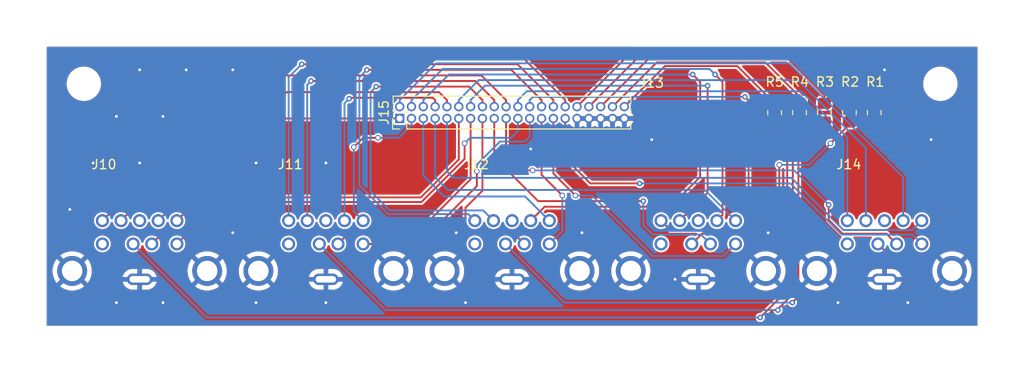
<source format=kicad_pcb>
(kicad_pcb (version 20221018) (generator pcbnew)
  (title_block (rev "1"))
  (layers (0 "F.Cu" signal "Front") (31 "B.Cu" signal "Back") (34 "B.Paste" user) (35 "F.Paste" user) (36 "B.SilkS" user "B.Silkscreen") (37 "F.SilkS" user "F.Silkscreen") (38 "B.Mask" user) (39 "F.Mask" user) (44 "Edge.Cuts" user))
  (net 0 "")
  (net 1 "/Daughterboard/0_BVID")
  (net 2 "/Daughterboard/0_VCC")
  (net 3 "/Daughterboard/0_GVID")
  (net 4 "/Daughterboard/0_CVID")
  (net 7 "/Daughterboard/0_RVID")
  (net 8 "/Daughterboard/0_LAUD")
  (net 9 "/Daughterboard/0_RAUD")
  (net 10 "/Daughterboard/0_GND")
  (net 11 "/Daughterboard/1_BVID")
  (net 12 "/Daughterboard/1_VCC")
  (net 13 "/Daughterboard/1_GVID")
  (net 14 "/Daughterboard/1_CVID")
  (net 17 "/Daughterboard/1_RVID")
  (net 18 "/Daughterboard/1_LAUD")
  (net 19 "/Daughterboard/1_RAUD")
  (net 20 "/Daughterboard/2_BVID")
  (net 21 "/Daughterboard/2_VCC")
  (net 22 "/Daughterboard/2_GVID")
  (net 23 "/Daughterboard/2_CVID")
  (net 26 "/Daughterboard/2_RVID")
  (net 27 "/Daughterboard/2_LAUD")
  (net 28 "/Daughterboard/2_RAUD")
  (net 29 "/Daughterboard/3_BVID")
  (net 30 "/Daughterboard/3_VCC")
  (net 31 "/Daughterboard/3_GVID")
  (net 32 "/Daughterboard/3_CVID")
  (net 35 "/Daughterboard/3_RVID")
  (net 36 "/Daughterboard/3_LAUD")
  (net 37 "/Daughterboard/3_RAUD")
  (net 38 "/Daughterboard/4_BVID")
  (net 39 "/Daughterboard/4_VCC")
  (net 40 "/Daughterboard/4_GVID")
  (net 41 "/Daughterboard/4_CVID")
  (net 44 "/Daughterboard/4_RVID")
  (net 45 "/Daughterboard/4_LAUD")
  (net 46 "/Daughterboard/4_RAUD")
  (net 47 "Net-(J15-Pin_21)")
  (net 48 "Net-(J15-Pin_22)")
  (net 49 "Net-(J15-Pin_23)")
  (net 50 "Net-(J15-Pin_24)")
  (net 51 "Net-(J15-Pin_25)")
  (footprint "Resistor_SMD:R_0805_2012Metric_Pad1.20x1.40mm_HandSolder" (layer "F.Cu") (at 113.548333 37.1 -90)
    (fp_text reference "R3" (at -3.3 -0.051667 -180) (layer "F.SilkS"))
    (fp_text value "R_Small")
    (fp_line (start -0.227064 -0.735) (end 0.227064 -0.735) (stroke (width 0.12)) (layer "F.SilkS"))
    (fp_line (start -0.227064 0.735) (end 0.227064 0.735) (stroke (width 0.12)) (layer "F.SilkS"))
    (pad "1" smd roundrect (at -1 0 270) (size 1.2 1.4) (layers "F.Cu" "F.Paste" "F.Mask") (roundrect_rratio 0.2083333333) (net 49 "Net-(J15-Pin_23)"))
    (pad "2" smd roundrect (at 1 0 270) (size 1.2 1.4) (layers "F.Cu" "F.Paste" "F.Mask") (roundrect_rratio 0.2083333333) (net 21 "/Daughterboard/2_VCC"))
  )
  (footprint "DIN9:CUI_MD-90SM" (layer "F.Cu") (at 40 55)
    (fp_text reference "J10" (at -3.825 -12.335) (layer "F.SilkS"))
    (fp_text value "MD-90SM")
    (pad "1" thru_hole circle (at 1.3 -3.8) (size 1.408 1.408) (drill 0.9) (layers "*.Cu" "*.Mask") (net 1 "/Daughterboard/0_BVID"))
    (pad "2" thru_hole circle (at -0.7 -3.8) (size 1.408 1.408) (drill 0.9) (layers "*.Cu" "*.Mask") (net 2 "/Daughterboard/0_VCC"))
    (pad "3" thru_hole circle (at 4 -3.8) (size 1.408 1.408) (drill 0.9) (layers "*.Cu" "*.Mask") (net 3 "/Daughterboard/0_GVID"))
    (pad "4" thru_hole circle (at 2 -6.3) (size 1.408 1.408) (drill 0.9) (layers "*.Cu" "*.Mask") (net 4 "/Daughterboard/0_CVID"))
    (pad "5" thru_hole circle (at 0 -6.3) (size 1.408 1.408) (drill 0.9) (layers "*.Cu" "*.Mask"))
    (pad "6" thru_hole circle (at -4 -3.8) (size 1.408 1.408) (drill 0.9) (layers "*.Cu" "*.Mask"))
    (pad "7" thru_hole circle (at 4 -6.3) (size 1.408 1.408) (drill 0.9) (layers "*.Cu" "*.Mask") (net 7 "/Daughterboard/0_RVID"))
    (pad "8" thru_hole circle (at -2 -6.3) (size 1.408 1.408) (drill 0.9) (layers "*.Cu" "*.Mask") (net 8 "/Daughterboard/0_LAUD"))
    (pad "9" thru_hole circle (at -4 -6.3) (size 1.408 1.408) (drill 0.9) (layers "*.Cu" "*.Mask") (net 9 "/Daughterboard/0_RAUD"))
    (pad "S1" thru_hole oval (at 0 0) (size 2.73 1.23) (drill oval 2.2 0.7) (layers "*.Cu" "*.Mask") (net 10 "/Daughterboard/0_GND"))
    (pad "S2" thru_hole circle (at -7.25 -0.9) (size 3.216 3.216) (drill 2.2) (layers "*.Cu" "*.Mask") (net 10 "/Daughterboard/0_GND"))
    (pad "S3" thru_hole circle (at 7.25 -0.9) (size 3.216 3.216) (drill 2.2) (layers "*.Cu" "*.Mask") (net 10 "/Daughterboard/0_GND"))
  )
  (footprint "MountingHole:MountingHole_3.2mm_M3" (layer "F.Cu") (at 34 34 90)
    (fp_text reference "H2" hide)
    (fp_text value "MountingHole" hide)
    (pad "" np_thru_hole circle (at 0 0 90) (size 3.2 3.2) (drill 3.2) (layers "*.Cu" "*.Mask"))
  )
  (footprint "DIN9:CUI_MD-90SM" (layer "F.Cu") (at 120 55)
    (fp_text reference "J14" (at -3.825 -12.335) (layer "F.SilkS"))
    (fp_text value "MD-90SM")
    (pad "1" thru_hole circle (at 1.3 -3.8) (size 1.408 1.408) (drill 0.9) (layers "*.Cu" "*.Mask") (net 38 "/Daughterboard/4_BVID"))
    (pad "2" thru_hole circle (at -0.7 -3.8) (size 1.408 1.408) (drill 0.9) (layers "*.Cu" "*.Mask") (net 39 "/Daughterboard/4_VCC"))
    (pad "3" thru_hole circle (at 4 -3.8) (size 1.408 1.408) (drill 0.9) (layers "*.Cu" "*.Mask") (net 40 "/Daughterboard/4_GVID"))
    (pad "4" thru_hole circle (at 2 -6.3) (size 1.408 1.408) (drill 0.9) (layers "*.Cu" "*.Mask") (net 41 "/Daughterboard/4_CVID"))
    (pad "5" thru_hole circle (at 0 -6.3) (size 1.408 1.408) (drill 0.9) (layers "*.Cu" "*.Mask"))
    (pad "6" thru_hole circle (at -4 -3.8) (size 1.408 1.408) (drill 0.9) (layers "*.Cu" "*.Mask"))
    (pad "7" thru_hole circle (at 4 -6.3) (size 1.408 1.408) (drill 0.9) (layers "*.Cu" "*.Mask") (net 44 "/Daughterboard/4_RVID"))
    (pad "8" thru_hole circle (at -2 -6.3) (size 1.408 1.408) (drill 0.9) (layers "*.Cu" "*.Mask") (net 45 "/Daughterboard/4_LAUD"))
    (pad "9" thru_hole circle (at -4 -6.3) (size 1.408 1.408) (drill 0.9) (layers "*.Cu" "*.Mask") (net 46 "/Daughterboard/4_RAUD"))
    (pad "S1" thru_hole oval (at 0 0) (size 2.73 1.23) (drill oval 2.2 0.7) (layers "*.Cu" "*.Mask") (net 10 "/Daughterboard/0_GND"))
    (pad "S2" thru_hole circle (at -7.25 -0.9) (size 3.216 3.216) (drill 2.2) (layers "*.Cu" "*.Mask") (net 10 "/Daughterboard/0_GND"))
    (pad "S3" thru_hole circle (at 7.25 -0.9) (size 3.216 3.216) (drill 2.2) (layers "*.Cu" "*.Mask") (net 10 "/Daughterboard/0_GND"))
  )
  (footprint "DIN9:CUI_MD-90SM" (layer "F.Cu") (at 60 55)
    (fp_text reference "J11" (at -3.825 -12.335) (layer "F.SilkS"))
    (fp_text value "MD-90SM")
    (pad "1" thru_hole circle (at 1.3 -3.8) (size 1.408 1.408) (drill 0.9) (layers "*.Cu" "*.Mask") (net 11 "/Daughterboard/1_BVID"))
    (pad "2" thru_hole circle (at -0.7 -3.8) (size 1.408 1.408) (drill 0.9) (layers "*.Cu" "*.Mask") (net 12 "/Daughterboard/1_VCC"))
    (pad "3" thru_hole circle (at 4 -3.8) (size 1.408 1.408) (drill 0.9) (layers "*.Cu" "*.Mask") (net 13 "/Daughterboard/1_GVID"))
    (pad "4" thru_hole circle (at 2 -6.3) (size 1.408 1.408) (drill 0.9) (layers "*.Cu" "*.Mask") (net 14 "/Daughterboard/1_CVID"))
    (pad "5" thru_hole circle (at 0 -6.3) (size 1.408 1.408) (drill 0.9) (layers "*.Cu" "*.Mask"))
    (pad "6" thru_hole circle (at -4 -3.8) (size 1.408 1.408) (drill 0.9) (layers "*.Cu" "*.Mask"))
    (pad "7" thru_hole circle (at 4 -6.3) (size 1.408 1.408) (drill 0.9) (layers "*.Cu" "*.Mask") (net 17 "/Daughterboard/1_RVID"))
    (pad "8" thru_hole circle (at -2 -6.3) (size 1.408 1.408) (drill 0.9) (layers "*.Cu" "*.Mask") (net 18 "/Daughterboard/1_LAUD"))
    (pad "9" thru_hole circle (at -4 -6.3) (size 1.408 1.408) (drill 0.9) (layers "*.Cu" "*.Mask") (net 19 "/Daughterboard/1_RAUD"))
    (pad "S1" thru_hole oval (at 0 0) (size 2.73 1.23) (drill oval 2.2 0.7) (layers "*.Cu" "*.Mask") (net 10 "/Daughterboard/0_GND"))
    (pad "S2" thru_hole circle (at -7.25 -0.9) (size 3.216 3.216) (drill 2.2) (layers "*.Cu" "*.Mask") (net 10 "/Daughterboard/0_GND"))
    (pad "S3" thru_hole circle (at 7.25 -0.9) (size 3.216 3.216) (drill 2.2) (layers "*.Cu" "*.Mask") (net 10 "/Daughterboard/0_GND"))
  )
  (footprint "Resistor_SMD:R_0805_2012Metric_Pad1.20x1.40mm_HandSolder" (layer "F.Cu") (at 116.224166 37.1 -90)
    (fp_text reference "R2" (at -3.3 -0.075834 -180) (layer "F.SilkS"))
    (fp_text value "R_Small")
    (fp_line (start -0.227064 -0.735) (end 0.227064 -0.735) (stroke (width 0.12)) (layer "F.SilkS"))
    (fp_line (start -0.227064 0.735) (end 0.227064 0.735) (stroke (width 0.12)) (layer "F.SilkS"))
    (pad "1" smd roundrect (at -1 0 270) (size 1.2 1.4) (layers "F.Cu" "F.Paste" "F.Mask") (roundrect_rratio 0.2083333333) (net 50 "Net-(J15-Pin_24)"))
    (pad "2" smd roundrect (at 1 0 270) (size 1.2 1.4) (layers "F.Cu" "F.Paste" "F.Mask") (roundrect_rratio 0.2083333333) (net 30 "/Daughterboard/3_VCC"))
  )
  (footprint "DIN9:CUI_MD-90SM" (layer "F.Cu") (at 80 55)
    (fp_text reference "J12" (at -3.825 -12.335) (layer "F.SilkS"))
    (fp_text value "MD-90SM")
    (pad "1" thru_hole circle (at 1.3 -3.8) (size 1.408 1.408) (drill 0.9) (layers "*.Cu" "*.Mask") (net 20 "/Daughterboard/2_BVID"))
    (pad "2" thru_hole circle (at -0.7 -3.8) (size 1.408 1.408) (drill 0.9) (layers "*.Cu" "*.Mask") (net 21 "/Daughterboard/2_VCC"))
    (pad "3" thru_hole circle (at 4 -3.8) (size 1.408 1.408) (drill 0.9) (layers "*.Cu" "*.Mask") (net 22 "/Daughterboard/2_GVID"))
    (pad "4" thru_hole circle (at 2 -6.3) (size 1.408 1.408) (drill 0.9) (layers "*.Cu" "*.Mask") (net 23 "/Daughterboard/2_CVID"))
    (pad "5" thru_hole circle (at 0 -6.3) (size 1.408 1.408) (drill 0.9) (layers "*.Cu" "*.Mask"))
    (pad "6" thru_hole circle (at -4 -3.8) (size 1.408 1.408) (drill 0.9) (layers "*.Cu" "*.Mask"))
    (pad "7" thru_hole circle (at 4 -6.3) (size 1.408 1.408) (drill 0.9) (layers "*.Cu" "*.Mask") (net 26 "/Daughterboard/2_RVID"))
    (pad "8" thru_hole circle (at -2 -6.3) (size 1.408 1.408) (drill 0.9) (layers "*.Cu" "*.Mask") (net 27 "/Daughterboard/2_LAUD"))
    (pad "9" thru_hole circle (at -4 -6.3) (size 1.408 1.408) (drill 0.9) (layers "*.Cu" "*.Mask") (net 28 "/Daughterboard/2_RAUD"))
    (pad "S1" thru_hole oval (at 0 0) (size 2.73 1.23) (drill oval 2.2 0.7) (layers "*.Cu" "*.Mask") (net 10 "/Daughterboard/0_GND"))
    (pad "S2" thru_hole circle (at -7.25 -0.9) (size 3.216 3.216) (drill 2.2) (layers "*.Cu" "*.Mask") (net 10 "/Daughterboard/0_GND"))
    (pad "S3" thru_hole circle (at 7.25 -0.9) (size 3.216 3.216) (drill 2.2) (layers "*.Cu" "*.Mask") (net 10 "/Daughterboard/0_GND"))
  )
  (footprint "Resistor_SMD:R_0805_2012Metric_Pad1.20x1.40mm_HandSolder" (layer "F.Cu") (at 108.196667 37.1 -90)
    (fp_text reference "R5" (at -3.3 -0.003333 -180) (layer "F.SilkS"))
    (fp_text value "R_Small")
    (fp_line (start -0.227064 -0.735) (end 0.227064 -0.735) (stroke (width 0.12)) (layer "F.SilkS"))
    (fp_line (start -0.227064 0.735) (end 0.227064 0.735) (stroke (width 0.12)) (layer "F.SilkS"))
    (pad "1" smd roundrect (at -1 0 270) (size 1.2 1.4) (layers "F.Cu" "F.Paste" "F.Mask") (roundrect_rratio 0.2083333333) (net 47 "Net-(J15-Pin_21)"))
    (pad "2" smd roundrect (at 1 0 270) (size 1.2 1.4) (layers "F.Cu" "F.Paste" "F.Mask") (roundrect_rratio 0.2083333333) (net 2 "/Daughterboard/0_VCC"))
  )
  (footprint "MountingHole:MountingHole_3.2mm_M3" (layer "F.Cu") (at 126 34 90)
    (fp_text reference "H2" hide)
    (fp_text value "MountingHole" hide)
    (pad "" np_thru_hole circle (at 0 0 90) (size 3.2 3.2) (drill 3.2) (layers "*.Cu" "*.Mask"))
  )
  (footprint "connector:REB_PinHeader_2x20_P1.27mm_Vertical_Renumbered" (layer "F.Cu") (at 67.925 37.725 90)
    (fp_text reference "J15" (at 0.635 -1.695 90) (layer "F.SilkS"))
    (fp_text value "Conn_02x22_Top_Bottom")
    (fp_line (start -1.13 -0.76) (end 0 -0.76) (stroke (width 0.12)) (layer "F.SilkS"))
    (fp_line (start -1.13 0) (end -1.13 -0.76) (stroke (width 0.12)) (layer "F.SilkS"))
    (fp_line (start -1.13 0.76) (end -1.13 24.825) (stroke (width 0.12)) (layer "F.SilkS"))
    (fp_line (start -1.13 0.76) (end -0.563471 0.76) (stroke (width 0.12)) (layer "F.SilkS"))
    (fp_line (start -1.13 24.825) (end -0.30753 24.825) (stroke (width 0.12)) (layer "F.SilkS"))
    (fp_line (start 0.30753 24.825) (end 0.96247 24.825) (stroke (width 0.12)) (layer "F.SilkS"))
    (fp_line (start 0.563471 0.76) (end 0.706529 0.76) (stroke (width 0.12)) (layer "F.SilkS"))
    (fp_line (start 0.76 -0.695) (end 0.96247 -0.695) (stroke (width 0.12)) (layer "F.SilkS"))
    (fp_line (start 0.76 -0.563471) (end 0.76 -0.695) (stroke (width 0.12)) (layer "F.SilkS"))
    (fp_line (start 0.76 0.706529) (end 0.76 0.563471) (stroke (width 0.12)) (layer "F.SilkS"))
    (fp_line (start 1.57753 -0.695) (end 2.4 -0.695) (stroke (width 0.12)) (layer "F.SilkS"))
    (fp_line (start 1.57753 24.825) (end 2.4 24.825) (stroke (width 0.12)) (layer "F.SilkS"))
    (fp_line (start 2.4 -0.695) (end 2.4 24.825) (stroke (width 0.12)) (layer "F.SilkS"))
    (pad "1" thru_hole rect (at 0 0 90) (size 1 1) (drill 0.65) (layers "*.Cu" "*.Mask") (net 7 "/Daughterboard/0_RVID"))
    (pad "2" thru_hole oval (at 0 1.27 90) (size 1 1) (drill 0.65) (layers "*.Cu" "*.Mask") (net 17 "/Daughterboard/1_RVID"))
    (pad "3" thru_hole oval (at 0 2.54 90) (size 1 1) (drill 0.65) (layers "*.Cu" "*.Mask") (net 26 "/Daughterboard/2_RVID"))
    (pad "4" thru_hole oval (at 0 3.81 90) (size 1 1) (drill 0.65) (layers "*.Cu" "*.Mask") (net 35 "/Daughterboard/3_RVID"))
    (pad "5" thru_hole oval (at 0 5.08 90) (size 1 1) (drill 0.65) (layers "*.Cu" "*.Mask") (net 44 "/Daughterboard/4_RVID"))
    (pad "6" thru_hole oval (at 0 6.35 90) (size 1 1) (drill 0.65) (layers "*.Cu" "*.Mask") (net 1 "/Daughterboard/0_BVID"))
    (pad "7" thru_hole oval (at 0 7.62 90) (size 1 1) (drill 0.65) (layers "*.Cu" "*.Mask") (net 11 "/Daughterboard/1_BVID"))
    (pad "8" thru_hole oval (at 0 8.89 90) (size 1 1) (drill 0.65) (layers "*.Cu" "*.Mask") (net 20 "/Daughterboard/2_BVID"))
    (pad "9" thru_hole oval (at 0 10.16 90) (size 1 1) (drill 0.65) (layers "*.Cu" "*.Mask") (net 29 "/Daughterboard/3_BVID"))
    (pad "10" thru_hole oval (at 0 11.43 90) (size 1 1) (drill 0.65) (layers "*.Cu" "*.Mask") (net 38 "/Daughterboard/4_BVID"))
    (pad "11" thru_hole oval (at 0 12.7 90) (size 1 1) (drill 0.65) (layers "*.Cu" "*.Mask") (net 3 "/Daughterboard/0_GVID"))
    (pad "12" thru_hole oval (at 0 13.97 90) (size 1 1) (drill 0.65) (layers "*.Cu" "*.Mask") (net 13 "/Daughterboard/1_GVID"))
    (pad "13" thru_hole oval (at 0 15.24 90) (size 1 1) (drill 0.65) (layers "*.Cu" "*.Mask") (net 22 "/Daughterboard/2_GVID"))
    (pad "14" thru_hole oval (at 0 16.51 90) (size 1 1) (drill 0.65) (layers "*.Cu" "*.Mask") (net 31 "/Daughterboard/3_GVID"))
    (pad "15" thru_hole oval (at 0 17.78 90) (size 1 1) (drill 0.65) (layers "*.Cu" "*.Mask") (net 40 "/Daughterboard/4_GVID"))
    (pad "16" thru_hole oval (at 0 19.05 90) (size 1 1) (drill 0.65) (layers "*.Cu" "*.Mask") (net 10 "/Daughterboard/0_GND"))
    (pad "17" thru_hole oval (at 0 20.32 90) (size 1 1) (drill 0.65) (layers "*.Cu" "*.Mask") (net 10 "/Daughterboard/0_GND"))
    (pad "18" thru_hole oval (at 0 21.59 90) (size 1 1) (drill 0.65) (layers "*.Cu" "*.Mask") (net 10 "/Daughterboard/0_GND"))
    (pad "19" thru_hole oval (at 0 22.86 90) (size 1 1) (drill 0.65) (layers "*.Cu" "*.Mask") (net 10 "/Daughterboard/0_GND"))
    (pad "20" thru_hole oval (at 0 24.13 90) (size 1 1) (drill 0.65) (layers "*.Cu" "*.Mask") (net 10 "/Daughterboard/0_GND"))
    (pad "21" thru_hole oval (at 1.27 24.13 90) (size 1 1) (drill 0.65) (layers "*.Cu" "*.Mask") (net 47 "Net-(J15-Pin_21)"))
    (pad "22" thru_hole oval (at 1.27 22.86 90) (size 1 1) (drill 0.65) (layers "*.Cu" "*.Mask") (net 48 "Net-(J15-Pin_22)"))
    (pad "23" thru_hole oval (at 1.27 21.59 90) (size 1 1) (drill 0.65) (layers "*.Cu" "*.Mask") (net 49 "Net-(J15-Pin_23)"))
    (pad "24" thru_hole oval (at 1.27 20.32 90) (size 1 1) (drill 0.65) (layers "*.Cu" "*.Mask") (net 50 "Net-(J15-Pin_24)"))
    (pad "25" thru_hole oval (at 1.27 19.05 90) (size 1 1) (drill 0.65) (layers "*.Cu" "*.Mask") (net 51 "Net-(J15-Pin_25)"))
    (pad "26" thru_hole oval (at 1.27 17.78 90) (size 1 1) (drill 0.65) (layers "*.Cu" "*.Mask") (net 9 "/Daughterboard/0_RAUD"))
    (pad "27" thru_hole oval (at 1.27 16.51 90) (size 1 1) (drill 0.65) (layers "*.Cu" "*.Mask") (net 19 "/Daughterboard/1_RAUD"))
    (pad "28" thru_hole oval (at 1.27 15.24 90) (size 1 1) (drill 0.65) (layers "*.Cu" "*.Mask") (net 28 "/Daughterboard/2_RAUD"))
    (pad "29" thru_hole oval (at 1.27 13.97 90) (size 1 1) (drill 0.65) (layers "*.Cu" "*.Mask") (net 37 "/Daughterboard/3_RAUD"))
    (pad "30" thru_hole oval (at 1.27 12.7 90) (size 1 1) (drill 0.65) (layers "*.Cu" "*.Mask") (net 46 "/Daughterboard/4_RAUD"))
    (pad "31" thru_hole oval (at 1.27 11.43 90) (size 1 1) (drill 0.65) (layers "*.Cu" "*.Mask") (net 8 "/Daughterboard/0_LAUD"))
    (pad "32" thru_hole oval (at 1.27 10.16 90) (size 1 1) (drill 0.65) (layers "*.Cu" "*.Mask") (net 18 "/Daughterboard/1_LAUD"))
    (pad "33" thru_hole oval (at 1.27 8.89 90) (size 1 1) (drill 0.65) (layers "*.Cu" "*.Mask") (net 27 "/Daughterboard/2_LAUD"))
    (pad "34" thru_hole oval (at 1.27 7.62 90) (size 1 1) (drill 0.65) (layers "*.Cu" "*.Mask") (net 36 "/Daughterboard/3_LAUD"))
    (pad "35" thru_hole oval (at 1.27 6.35 90) (size 1 1) (drill 0.65) (layers "*.Cu" "*.Mask") (net 45 "/Daughterboard/4_LAUD"))
    (pad "36" thru_hole oval (at 1.27 5.08 90) (size 1 1) (drill 0.65) (layers "*.Cu" "*.Mask") (net 4 "/Daughterboard/0_CVID"))
    (pad "37" thru_hole oval (at 1.27 3.81 90) (size 1 1) (drill 0.65) (layers "*.Cu" "*.Mask") (net 14 "/Daughterboard/1_CVID"))
    (pad "38" thru_hole oval (at 1.27 2.54 90) (size 1 1) (drill 0.65) (layers "*.Cu" "*.Mask") (net 23 "/Daughterboard/2_CVID"))
    (pad "39" thru_hole oval (at 1.27 1.27 90) (size 1 1) (drill 0.65) (layers "*.Cu" "*.Mask") (net 32 "/Daughterboard/3_CVID"))
    (pad "40" thru_hole oval (at 1.27 0 90) (size 1 1) (drill 0.65) (layers "*.Cu" "*.Mask") (net 41 "/Daughterboard/4_CVID"))
  )
  (footprint "Resistor_SMD:R_0805_2012Metric_Pad1.20x1.40mm_HandSolder" (layer "F.Cu") (at 110.8725 37.1 -90)
    (fp_text reference "R4" (at -3.3 -0.0275 -180) (layer "F.SilkS"))
    (fp_text value "R_Small")
    (fp_line (start -0.227064 -0.735) (end 0.227064 -0.735) (stroke (width 0.12)) (layer "F.SilkS"))
    (fp_line (start -0.227064 0.735) (end 0.227064 0.735) (stroke (width 0.12)) (layer "F.SilkS"))
    (pad "1" smd roundrect (at -1 0 270) (size 1.2 1.4) (layers "F.Cu" "F.Paste" "F.Mask") (roundrect_rratio 0.2083333333) (net 48 "Net-(J15-Pin_22)"))
    (pad "2" smd roundrect (at 1 0 270) (size 1.2 1.4) (layers "F.Cu" "F.Paste" "F.Mask") (roundrect_rratio 0.2083333333) (net 12 "/Daughterboard/1_VCC"))
  )
  (footprint "Resistor_SMD:R_0805_2012Metric_Pad1.20x1.40mm_HandSolder" (layer "F.Cu") (at 118.9 37.1 -90)
    (fp_text reference "R1" (at -3.3 -0.1 -180) (layer "F.SilkS"))
    (fp_text value "R_Small")
    (fp_line (start -0.227064 -0.735) (end 0.227064 -0.735) (stroke (width 0.12)) (layer "F.SilkS"))
    (fp_line (start -0.227064 0.735) (end 0.227064 0.735) (stroke (width 0.12)) (layer "F.SilkS"))
    (pad "1" smd roundrect (at -1 0 270) (size 1.2 1.4) (layers "F.Cu" "F.Paste" "F.Mask") (roundrect_rratio 0.2083333333) (net 51 "Net-(J15-Pin_25)"))
    (pad "2" smd roundrect (at 1 0 270) (size 1.2 1.4) (layers "F.Cu" "F.Paste" "F.Mask") (roundrect_rratio 0.2083333333) (net 39 "/Daughterboard/4_VCC"))
  )
  (footprint "DIN9:CUI_MD-90SM" (layer "F.Cu") (at 100 55)
    (fp_text reference "J13" (at -5.021667 -21.0875) (layer "F.SilkS"))
    (fp_text value "MD-90SM")
    (pad "1" thru_hole circle (at 1.3 -3.8) (size 1.408 1.408) (drill 0.9) (layers "*.Cu" "*.Mask") (net 29 "/Daughterboard/3_BVID"))
    (pad "2" thru_hole circle (at -0.7 -3.8) (size 1.408 1.408) (drill 0.9) (layers "*.Cu" "*.Mask") (net 30 "/Daughterboard/3_VCC"))
    (pad "3" thru_hole circle (at 4 -3.8) (size 1.408 1.408) (drill 0.9) (layers "*.Cu" "*.Mask") (net 31 "/Daughterboard/3_GVID"))
    (pad "4" thru_hole circle (at 2 -6.3) (size 1.408 1.408) (drill 0.9) (layers "*.Cu" "*.Mask") (net 32 "/Daughterboard/3_CVID"))
    (pad "5" thru_hole circle (at 0 -6.3) (size 1.408 1.408) (drill 0.9) (layers "*.Cu" "*.Mask"))
    (pad "6" thru_hole circle (at -4 -3.8) (size 1.408 1.408) (drill 0.9) (layers "*.Cu" "*.Mask"))
    (pad "7" thru_hole circle (at 4 -6.3) (size 1.408 1.408) (drill 0.9) (layers "*.Cu" "*.Mask") (net 35 "/Daughterboard/3_RVID"))
    (pad "8" thru_hole circle (at -2 -6.3) (size 1.408 1.408) (drill 0.9) (layers "*.Cu" "*.Mask") (net 36 "/Daughterboard/3_LAUD"))
    (pad "9" thru_hole circle (at -4 -6.3) (size 1.408 1.408) (drill 0.9) (layers "*.Cu" "*.Mask") (net 37 "/Daughterboard/3_RAUD"))
    (pad "S1" thru_hole oval (at 0 0) (size 2.73 1.23) (drill oval 2.2 0.7) (layers "*.Cu" "*.Mask") (net 10 "/Daughterboard/0_GND"))
    (pad "S2" thru_hole circle (at -7.25 -0.9) (size 3.216 3.216) (drill 2.2) (layers "*.Cu" "*.Mask") (net 10 "/Daughterboard/0_GND"))
    (pad "S3" thru_hole circle (at 7.25 -0.9) (size 3.216 3.216) (drill 2.2) (layers "*.Cu" "*.Mask") (net 10 "/Daughterboard/0_GND"))
  )
  (gr_rect (start 30 30) (end 130 60) (stroke (width 0.0381)) (fill none) (layer "Edge.Cuts"))
  (segment (start 42.304 50.196) (end 41.3 51.2) (width 0.2) (layer "F.Cu") (net 1))
  (segment (start 74.275 42.125) (end 70.2 46.2) (width 0.2) (layer "F.Cu") (net 1))
  (segment (start 47.919871 46.2) (end 43.923871 50.196) (width 0.2) (layer "F.Cu") (net 1))
  (segment (start 74.275 37.725) (end 74.275 42.125) (width 0.2) (layer "F.Cu") (net 1))
  (segment (start 70.2 46.2) (end 47.919871 46.2) (width 0.2) (layer "F.Cu") (net 1))
  (segment (start 43.923871 50.196) (end 42.304 50.196) (width 0.2) (layer "F.Cu") (net 1))
  (segment (start 109.55 41.85) (end 109.55 56.2) (width 0.2) (layer "F.Cu") (net 2))
  (segment (start 109.55 56.2) (end 106.65 59.1) (width 0.2) (layer "F.Cu") (net 2))
  (segment (start 108.196667 39.5) (end 108.196667 38.1) (width 0.2) (layer "F.Cu") (net 2))
  (segment (start 108.196667 39.5) (end 108.196667 40.496667) (width 0.2) (layer "F.Cu") (net 2))
  (segment (start 108.196667 40.496667) (end 109.55 41.85) (width 0.2) (layer "F.Cu") (net 2))
  (via (at 106.65 59.1) (size 0.6) (drill 0.3) (layers "F.Cu" "B.Cu") (net 2))
  (segment (start 47.2 59.1) (end 39.3 51.2) (width 0.2) (layer "B.Cu") (net 2))
  (segment (start 106.65 59.1) (end 47.2 59.1) (width 0.2) (layer "B.Cu") (net 2))
  (segment (start 48.5 46.7) (end 44 51.2) (width 0.2) (layer "F.Cu") (net 3))
  (segment (start 74.9 40.4) (end 74.9 42.065685) (width 0.2) (layer "F.Cu") (net 3))
  (segment (start 70.265685 46.7) (end 48.5 46.7) (width 0.2) (layer "F.Cu") (net 3))
  (segment (start 74.9 42.065685) (end 70.265685 46.7) (width 0.2) (layer "F.Cu") (net 3))
  (via (at 74.9 40.4) (size 0.6) (drill 0.4) (layers "F.Cu" "B.Cu") (net 3))
  (segment (start 80.625 37.725) (end 80.625 39.075) (width 0.2) (layer "B.Cu") (net 3))
  (segment (start 75.5 39.8) (end 74.9 40.4) (width 0.2) (layer "B.Cu") (net 3))
  (segment (start 79.9 39.8) (end 75.5 39.8) (width 0.2) (layer "B.Cu") (net 3))
  (segment (start 80.625 39.075) (end 79.9 39.8) (width 0.2) (layer "B.Cu") (net 3))
  (segment (start 73.005 35.747894) (end 73.005 36.455) (width 0.2) (layer "F.Cu") (net 4))
  (segment (start 42 48.7) (end 55.8 34.9) (width 0.2) (layer "F.Cu") (net 4))
  (segment (start 72.157106 34.9) (end 73.005 35.747894) (width 0.2) (layer "F.Cu") (net 4))
  (segment (start 55.8 34.9) (end 72.157106 34.9) (width 0.2) (layer "F.Cu") (net 4))
  (segment (start 54.975 37.725) (end 44 48.7) (width 0.2) (layer "F.Cu") (net 7))
  (segment (start 67.925 37.725) (end 54.975 37.725) (width 0.2) (layer "F.Cu") (net 7))
  (segment (start 79.355 35.747894) (end 79.355 36.455) (width 0.2) (layer "F.Cu") (net 8))
  (segment (start 76.707106 33.1) (end 79.355 35.747894) (width 0.2) (layer "F.Cu") (net 8))
  (segment (start 38 48.7) (end 53.6 33.1) (width 0.2) (layer "F.Cu") (net 8))
  (segment (start 53.6 33.1) (end 76.707106 33.1) (width 0.2) (layer "F.Cu") (net 8))
  (segment (start 53.4 31.3) (end 81.257106 31.3) (width 0.2) (layer "F.Cu") (net 9))
  (segment (start 36 48.7) (end 53.4 31.3) (width 0.2) (layer "F.Cu") (net 9))
  (segment (start 85.705 35.747894) (end 85.705 36.455) (width 0.2) (layer "F.Cu") (net 9))
  (segment (start 81.257106 31.3) (end 85.705 35.747894) (width 0.2) (layer "F.Cu") (net 9))
  (via (at 60 57.5) (size 0.6) (drill 0.3) (layers "F.Cu" "B.Cu") (net 10))
  (via (at 32.5 47.5) (size 0.6) (drill 0.3) (layers "F.Cu" "B.Cu") (net 10))
  (via (at 37.5 57.5) (size 0.6) (drill 0.3) (layers "F.Cu" "B.Cu") (net 10))
  (via (at 95 40) (size 0.6) (drill 0.3) (layers "F.Cu" "B.Cu") (net 10))
  (via (at 42.5 37.5) (size 0.6) (drill 0.3) (layers "F.Cu" "B.Cu") (net 10))
  (via (at 40 42.5) (size 0.6) (drill 0.3) (layers "F.Cu" "B.Cu") (net 10))
  (via (at 97.5 55) (size 0.6) (drill 0.3) (layers "F.Cu" "B.Cu") (net 10))
  (via (at 52.5 42.5) (size 0.6) (drill 0.3) (layers "F.Cu" "B.Cu") (net 10))
  (via (at 45 32.5) (size 0.6) (drill 0.3) (layers "F.Cu" "B.Cu") (net 10))
  (via (at 42.5 57.5) (size 0.6) (drill 0.3) (layers "F.Cu" "B.Cu") (net 10))
  (via (at 50 50) (size 0.6) (drill 0.3) (layers "F.Cu" "B.Cu") (net 10))
  (via (at 74 50) (size 0.6) (drill 0.3) (layers "F.Cu" "B.Cu") (net 10))
  (via (at 107.5 50) (size 0.6) (drill 0.3) (layers "F.Cu" "B.Cu") (net 10))
  (via (at 52.5 57.5) (size 0.6) (drill 0.3) (layers "F.Cu" "B.Cu") (net 10))
  (via (at 60 42.5) (size 0.6) (drill 0.3) (layers "F.Cu" "B.Cu") (net 10))
  (via (at 75 57.5) (size 0.6) (drill 0.3) (layers "F.Cu" "B.Cu") (net 10))
  (via (at 50 32.5) (size 0.6) (drill 0.3) (layers "F.Cu" "B.Cu") (net 10))
  (via (at 125 40) (size 0.6) (drill 0.3) (layers "F.Cu" "B.Cu") (net 10))
  (via (at 35 42.5) (size 0.6) (drill 0.3) (layers "F.Cu" "B.Cu") (net 10))
  (via (at 40 32.5) (size 0.6) (drill 0.3) (layers "F.Cu" "B.Cu") (net 10))
  (via (at 82 41) (size 0.6) (drill 0.3) (layers "F.Cu" "B.Cu") (net 10))
  (via (at 37.5 37.5) (size 0.6) (drill 0.3) (layers "F.Cu" "B.Cu") (net 10))
  (via (at 122.5 57.5) (size 0.6) (drill 0.3) (layers "F.Cu" "B.Cu") (net 10))
  (via (at 115 57.5) (size 0.6) (drill 0.3) (layers "F.Cu" "B.Cu") (net 10))
  (via (at 87.5 50) (size 0.6) (drill 0.3) (layers "F.Cu" "B.Cu") (net 10))
  (via (at 120 32.5) (size 0.6) (drill 0.3) (layers "F.Cu" "B.Cu") (net 10))
  (segment (start 62.6 49.9) (end 61.3 51.2) (width 0.2) (layer "F.Cu") (net 11))
  (segment (start 75.545 44.255) (end 69.9 49.9) (width 0.2) (layer "F.Cu") (net 11))
  (segment (start 69.9 49.9) (end 62.6 49.9) (width 0.2) (layer "F.Cu") (net 11))
  (segment (start 75.545 37.725) (end 75.545 44.255) (width 0.2) (layer "F.Cu") (net 11))
  (segment (start 110.15 41.5225) (end 110.15 56.601471) (width 0.2) (layer "F.Cu") (net 12))
  (segment (start 108.55 58.201471) (end 108.55 58.3) (width 0.2) (layer "F.Cu") (net 12))
  (segment (start 110.8725 40.8) (end 110.15 41.5225) (width 0.2) (layer "F.Cu") (net 12))
  (segment (start 110.8725 38.1) (end 110.8725 40.8) (width 0.2) (layer "F.Cu") (net 12))
  (segment (start 110.15 56.601471) (end 108.55 58.201471) (width 0.2) (layer "F.Cu") (net 12))
  (via (at 108.55 58.3) (size 0.6) (drill 0.3) (layers "F.Cu" "B.Cu") (net 12))
  (segment (start 66.4 58.3) (end 59.3 51.2) (width 0.2) (layer "B.Cu") (net 12))
  (segment (start 108.55 58.3) (end 66.4 58.3) (width 0.2) (layer "B.Cu") (net 12))
  (segment (start 70 51.2) (end 64 51.2) (width 0.2) (layer "F.Cu") (net 13))
  (segment (start 76.2155 44.9845) (end 70 51.2) (width 0.2) (layer "F.Cu") (net 13))
  (segment (start 76.2155 43.4) (end 76.2155 44.9845) (width 0.2) (layer "F.Cu") (net 13))
  (via (at 76.2155 43.4) (size 0.6) (drill 0.4) (layers "F.Cu" "B.Cu") (net 13))
  (segment (start 76.2155 42.6845) (end 76.2155 43.4) (width 0.2) (layer "B.Cu") (net 13))
  (segment (start 78.7 40.2) (end 76.2155 42.6845) (width 0.2) (layer "B.Cu") (net 13))
  (segment (start 81.895 37.725) (end 81.895 39.705) (width 0.2) (layer "B.Cu") (net 13))
  (segment (start 81.895 39.705) (end 81.4 40.2) (width 0.2) (layer "B.Cu") (net 13))
  (segment (start 81.4 40.2) (end 78.7 40.2) (width 0.2) (layer "B.Cu") (net 13))
  (segment (start 62.6 35.5) (end 71.487106 35.5) (width 0.2) (layer "F.Cu") (net 14))
  (segment (start 71.735 35.747894) (end 71.735 36.455) (width 0.2) (layer "F.Cu") (net 14))
  (segment (start 71.487106 35.5) (end 71.735 35.747894) (width 0.2) (layer "F.Cu") (net 14))
  (segment (start 62.5 35.6) (end 62.6 35.5) (width 0.2) (layer "F.Cu") (net 14))
  (via (at 62.5 35.6) (size 0.6) (drill 0.3) (layers "F.Cu" "B.Cu") (net 14))
  (segment (start 62.5 35.6) (end 62 36.1) (width 0.2) (layer "B.Cu") (net 14))
  (segment (start 62 36.1) (end 62 48.7) (width 0.2) (layer "B.Cu") (net 14))
  (segment (start 64 39.8) (end 63 40.8) (width 0.2) (layer "F.Cu") (net 17))
  (segment (start 65.6 39.8) (end 64 39.8) (width 0.2) (layer "F.Cu") (net 17))
  (via (at 65.6 39.8) (size 0.6) (drill 0.4) (layers "F.Cu" "B.Cu") (net 17))
  (via (at 63 40.8) (size 0.6) (drill 0.4) (layers "F.Cu" "B.Cu") (net 17))
  (segment (start 67.827106 39.8) (end 65.6 39.8) (width 0.2) (layer "B.Cu") (net 17))
  (segment (start 63 47.7) (end 64 48.7) (width 0.2) (layer "B.Cu") (net 17))
  (segment (start 69.195 38.432106) (end 67.827106 39.8) (width 0.2) (layer "B.Cu") (net 17))
  (segment (start 69.195 37.725) (end 69.195 38.432106) (width 0.2) (layer "B.Cu") (net 17))
  (segment (start 63 40.8) (end 63 47.7) (width 0.2) (layer "B.Cu") (net 17))
  (segment (start 78.085 35.747894) (end 76.037106 33.7) (width 0.2) (layer "F.Cu") (net 18))
  (segment (start 78.085 36.455) (end 78.085 35.747894) (width 0.2) (layer "F.Cu") (net 18))
  (segment (start 76.037106 33.7) (end 58.4 33.7) (width 0.2) (layer "F.Cu") (net 18))
  (via (at 58.4 33.7) (size 0.6) (drill 0.3) (layers "F.Cu" "B.Cu") (net 18))
  (segment (start 58 48.7) (end 58 34.1) (width 0.2) (layer "B.Cu") (net 18))
  (segment (start 58 34.1) (end 58.4 33.7) (width 0.2) (layer "B.Cu") (net 18))
  (segment (start 57.4 31.9) (end 80.587106 31.9) (width 0.2) (layer "F.Cu") (net 19))
  (segment (start 80.587106 31.9) (end 84.435 35.747894) (width 0.2) (layer "F.Cu") (net 19))
  (segment (start 84.435 35.747894) (end 84.435 36.455) (width 0.2) (layer "F.Cu") (net 19))
  (via (at 57.4 31.9) (size 0.6) (drill 0.3) (layers "F.Cu" "B.Cu") (net 19))
  (segment (start 56 33.3) (end 57.4 31.9) (width 0.2) (layer "B.Cu") (net 19))
  (segment (start 56 48.7) (end 56 33.3) (width 0.2) (layer "B.Cu") (net 19))
  (segment (start 76.815 37.725) (end 76.815 45.485) (width 0.2) (layer "F.Cu") (net 20))
  (segment (start 80.296 50.196) (end 81.3 51.2) (width 0.2) (layer "F.Cu") (net 20))
  (segment (start 76.076129 50.196) (end 80.296 50.196) (width 0.2) (layer "F.Cu") (net 20))
  (segment (start 74.996 47.304) (end 74.996 49.115871) (width 0.2) (layer "F.Cu") (net 20))
  (segment (start 76.815 45.485) (end 74.996 47.304) (width 0.2) (layer "F.Cu") (net 20))
  (segment (start 74.996 49.115871) (end 76.076129 50.196) (width 0.2) (layer "F.Cu") (net 20))
  (segment (start 110.75 56.85) (end 110.1 57.5) (width 0.2) (layer "F.Cu") (net 21))
  (segment (start 113.548333 39.051667) (end 110.75 41.85) (width 0.2) (layer "F.Cu") (net 21))
  (segment (start 110.75 41.85) (end 110.75 56.85) (width 0.2) (layer "F.Cu") (net 21))
  (segment (start 113.548333 38.1) (end 113.548333 39.051667) (width 0.2) (layer "F.Cu") (net 21))
  (via (at 110.1 57.5) (size 0.6) (drill 0.3) (layers "F.Cu" "B.Cu") (net 21))
  (segment (start 85.6 57.5) (end 79.3 51.2) (width 0.2) (layer "B.Cu") (net 21))
  (segment (start 110.1 57.5) (end 85.6 57.5) (width 0.2) (layer "B.Cu") (net 21))
  (segment (start 83.165 43.7645) (end 85.4 45.9995) (width 0.2) (layer "F.Cu") (net 22))
  (segment (start 83.165 37.725) (end 83.165 43.7645) (width 0.2) (layer "F.Cu") (net 22))
  (via (at 85.4 45.9995) (size 0.6) (drill 0.4) (layers "F.Cu" "B.Cu") (net 22))
  (segment (start 85.4 49.8) (end 84 51.2) (width 0.2) (layer "B.Cu") (net 22))
  (segment (start 85.4 45.9995) (end 85.4 49.8) (width 0.2) (layer "B.Cu") (net 22))
  (segment (start 83.5 47.2) (end 82 48.7) (width 0.2) (layer "F.Cu") (net 23))
  (segment (start 99.4 33.002994) (end 100.2 33.802994) (width 0.2) (layer "F.Cu") (net 23))
  (segment (start 100.2 44) (end 97 47.2) (width 0.2) (layer "F.Cu") (net 23))
  (segment (start 97 47.2) (end 83.5 47.2) (width 0.2) (layer "F.Cu") (net 23))
  (segment (start 100.2 33.802994) (end 100.2 44) (width 0.2) (layer "F.Cu") (net 23))
  (via (at 99.4 33.002994) (size 0.6) (drill 0.3) (layers "F.Cu" "B.Cu") (net 23))
  (segment (start 70.465 35.747894) (end 70.465 36.455) (width 0.2) (layer "B.Cu") (net 23))
  (segment (start 73.2099 33.002994) (end 70.465 35.747894) (width 0.2) (layer "B.Cu") (net 23))
  (segment (start 99.4 33.002994) (end 73.2099 33.002994) (width 0.2) (layer "B.Cu") (net 23))
  (segment (start 81.4 46.1) (end 84 48.7) (width 0.2) (layer "B.Cu") (net 26))
  (segment (start 70.465 43.865) (end 72.7 46.1) (width 0.2) (layer "B.Cu") (net 26))
  (segment (start 70.465 37.725) (end 70.465 43.865) (width 0.2) (layer "B.Cu") (net 26))
  (segment (start 72.7 46.1) (end 81.4 46.1) (width 0.2) (layer "B.Cu") (net 26))
  (segment (start 75.367106 34.3) (end 65.4 34.3) (width 0.2) (layer "F.Cu") (net 27))
  (segment (start 76.815 35.747894) (end 75.367106 34.3) (width 0.2) (layer "F.Cu") (net 27))
  (segment (start 76.815 36.455) (end 76.815 35.747894) (width 0.2) (layer "F.Cu") (net 27))
  (via (at 65.4 34.3) (size 0.6) (drill 0.3) (layers "F.Cu" "B.Cu") (net 27))
  (segment (start 76.9 47.6) (end 66.865686 47.6) (width 0.2) (layer "B.Cu") (net 27))
  (segment (start 64.8 34.9) (end 65.4 34.3) (width 0.2) (layer "B.Cu") (net 27))
  (segment (start 78 48.7) (end 76.9 47.6) (width 0.2) (layer "B.Cu") (net 27))
  (segment (start 64.8 45.534314) (end 64.8 34.9) (width 0.2) (layer "B.Cu") (net 27))
  (segment (start 66.865686 47.6) (end 64.8 45.534314) (width 0.2) (layer "B.Cu") (net 27))
  (segment (start 83.165 35.747894) (end 83.165 36.455) (width 0.2) (layer "F.Cu") (net 28))
  (segment (start 79.917106 32.5) (end 83.165 35.747894) (width 0.2) (layer "F.Cu") (net 28))
  (segment (start 64.4 32.5) (end 79.917106 32.5) (width 0.2) (layer "F.Cu") (net 28))
  (via (at 64.4 32.5) (size 0.6) (drill 0.3) (layers "F.Cu" "B.Cu") (net 28))
  (segment (start 64.4 32.5) (end 63.6 33.3) (width 0.2) (layer "B.Cu") (net 28))
  (segment (start 75.3 48) (end 76 48.7) (width 0.2) (layer "B.Cu") (net 28))
  (segment (start 66.7 48) (end 75.3 48) (width 0.2) (layer "B.Cu") (net 28))
  (segment (start 63.6 33.3) (end 63.6 44.9) (width 0.2) (layer "B.Cu") (net 28))
  (segment (start 63.6 44.9) (end 66.7 48) (width 0.2) (layer "B.Cu") (net 28))
  (segment (start 94.0995 46.6) (end 82.8 46.6) (width 0.2) (layer "F.Cu") (net 29))
  (segment (start 78.085 41.885) (end 78.085 37.725) (width 0.2) (layer "F.Cu") (net 29))
  (segment (start 82.8 46.6) (end 78.085 41.885) (width 0.2) (layer "F.Cu") (net 29))
  (segment (start 94.1 46.6005) (end 94.0995 46.6) (width 0.2) (layer "F.Cu") (net 29))
  (via (at 94.1 46.6005) (size 0.6) (drill 0.3) (layers "F.Cu" "B.Cu") (net 29))
  (segment (start 94.1 46.6005) (end 94.1 49.200001) (width 0.2) (layer "B.Cu") (net 29))
  (segment (start 100.296 50.196) (end 101.3 51.2) (width 0.2) (layer "B.Cu") (net 29))
  (segment (start 95.095999 50.196) (end 100.296 50.196) (width 0.2) (layer "B.Cu") (net 29))
  (segment (start 94.1 49.200001) (end 95.095999 50.196) (width 0.2) (layer "B.Cu") (net 29))
  (segment (start 104.761686 50.104) (end 108.7 46.165686) (width 0.2) (layer "F.Cu") (net 30))
  (segment (start 108.7 46.165686) (end 108.7 42.7) (width 0.2) (layer "F.Cu") (net 30))
  (segment (start 114.2 40.4) (end 116.224166 38.375834) (width 0.2) (layer "F.Cu") (net 30))
  (segment (start 99.3 51.2) (end 100.396 50.104) (width 0.2) (layer "F.Cu") (net 30))
  (segment (start 116.25 38.1995) (end 116.25 38.125834) (width 0.2) (layer "F.Cu") (net 30))
  (segment (start 116.224166 38.375834) (end 116.224166 38.1) (width 0.2) (layer "F.Cu") (net 30))
  (segment (start 100.396 50.104) (end 104.761686 50.104) (width 0.2) (layer "F.Cu") (net 30))
  (segment (start 116.25 38.125834) (end 116.224166 38.1) (width 0.2) (layer "F.Cu") (net 30))
  (via (at 114.2 40.4) (size 0.6) (drill 0.4) (layers "F.Cu" "B.Cu") (net 30))
  (via (at 108.7 42.7) (size 0.6) (drill 0.4) (layers "F.Cu" "B.Cu") (net 30))
  (segment (start 108.7 42.7) (end 111.9 42.7) (width 0.2) (layer "B.Cu") (net 30))
  (segment (start 111.9 42.7) (end 114.2 40.4) (width 0.2) (layer "B.Cu") (net 30))
  (segment (start 84.435 43.6345) (end 86.8 45.9995) (width 0.2) (layer "F.Cu") (net 31))
  (segment (start 84.435 37.725) (end 84.435 43.6345) (width 0.2) (layer "F.Cu") (net 31))
  (via (at 86.8 45.9995) (size 0.6) (drill 0.4) (layers "F.Cu" "B.Cu") (net 31))
  (segment (start 86.8 45.9995) (end 88.5995 45.9995) (width 0.2) (layer "B.Cu") (net 31))
  (segment (start 95.1 52.5) (end 102.7 52.5) (width 0.2) (layer "B.Cu") (net 31))
  (segment (start 102.7 52.5) (end 104 51.2) (width 0.2) (layer "B.Cu") (net 31))
  (segment (start 88.5995 45.9995) (end 95.1 52.5) (width 0.2) (layer "B.Cu") (net 31))
  (segment (start 101.8 33) (end 102.6 33.8) (width 0.2) (layer "F.Cu") (net 32))
  (segment (start 102.6 48.1) (end 102 48.7) (width 0.2) (layer "F.Cu") (net 32))
  (segment (start 102.6 33.8) (end 102.6 48.1) (width 0.2) (layer "F.Cu") (net 32))
  (via (at 101.8 33) (size 0.6) (drill 0.3) (layers "F.Cu" "B.Cu") (net 32))
  (segment (start 69.195 35.747894) (end 69.195 36.455) (width 0.2) (layer "B.Cu") (net 32))
  (segment (start 101.8 33) (end 101.202994 32.402994) (width 0.2) (layer "B.Cu") (net 32))
  (segment (start 72.5399 32.402994) (end 69.195 35.747894) (width 0.2) (layer "B.Cu") (net 32))
  (segment (start 101.202994 32.402994) (end 72.5399 32.402994) (width 0.2) (layer "B.Cu") (net 32))
  (segment (start 71.735 37.725) (end 71.735 44.035) (width 0.2) (layer "B.Cu") (net 35))
  (segment (start 73.1 45.4) (end 100.7 45.4) (width 0.2) (layer "B.Cu") (net 35))
  (segment (start 100.7 45.4) (end 104 48.7) (width 0.2) (layer "B.Cu") (net 35))
  (segment (start 71.735 44.035) (end 73.1 45.4) (width 0.2) (layer "B.Cu") (net 35))
  (segment (start 101 45.7) (end 101 34.202994) (width 0.2) (layer "F.Cu") (net 36))
  (segment (start 98 48.7) (end 101 45.7) (width 0.2) (layer "F.Cu") (net 36))
  (via (at 101 34.202994) (size 0.6) (drill 0.3) (layers "F.Cu" "B.Cu") (net 36))
  (segment (start 75.545 35.747894) (end 77.0899 34.202994) (width 0.2) (layer "B.Cu") (net 36))
  (segment (start 77.0899 34.202994) (end 101 34.202994) (width 0.2) (layer "B.Cu") (net 36))
  (segment (start 75.545 36.455) (end 75.545 35.747894) (width 0.2) (layer "B.Cu") (net 36))
  (segment (start 96 48.7) (end 97.004 49.704) (width 0.2) (layer "F.Cu") (net 37))
  (segment (start 100.419871 49.7) (end 101.580129 49.7) (width 0.2) (layer "F.Cu") (net 37))
  (segment (start 97.004 49.704) (end 100.415871 49.704) (width 0.2) (layer "F.Cu") (net 37))
  (segment (start 105.4 35.802994) (end 105 35.402994) (width 0.2) (layer "F.Cu") (net 37))
  (segment (start 101.584129 49.704) (end 104.596 49.704) (width 0.2) (layer "F.Cu") (net 37))
  (segment (start 100.415871 49.704) (end 100.419871 49.7) (width 0.2) (layer "F.Cu") (net 37))
  (segment (start 104.596 49.704) (end 105.4 48.9) (width 0.2) (layer "F.Cu") (net 37))
  (segment (start 105.4 48.9) (end 105.4 35.802994) (width 0.2) (layer "F.Cu") (net 37))
  (segment (start 101.580129 49.7) (end 101.584129 49.704) (width 0.2) (layer "F.Cu") (net 37))
  (via (at 105 35.402994) (size 0.6) (drill 0.3) (layers "F.Cu" "B.Cu") (net 37))
  (segment (start 82.2399 35.402994) (end 105 35.402994) (width 0.2) (layer "B.Cu") (net 37))
  (segment (start 81.895 35.747894) (end 82.2399 35.402994) (width 0.2) (layer "B.Cu") (net 37))
  (segment (start 81.895 36.455) (end 81.895 35.747894) (width 0.2) (layer "B.Cu") (net 37))
  (segment (start 81.2 43.3) (end 79.355 41.455) (width 0.2) (layer "F.Cu") (net 38))
  (segment (start 82.2 43.3) (end 81.2 43.3) (width 0.2) (layer "F.Cu") (net 38))
  (segment (start 115.488129 50.1) (end 120.2 50.1) (width 0.2) (layer "F.Cu") (net 38))
  (segment (start 114 48.611871) (end 115.488129 50.1) (width 0.2) (layer "F.Cu") (net 38))
  (segment (start 120.2 50.1) (end 121.3 51.2) (width 0.2) (layer "F.Cu") (net 38))
  (segment (start 114 47) (end 114 48.611871) (width 0.2) (layer "F.Cu") (net 38))
  (segment (start 79.355 41.455) (end 79.355 37.725) (width 0.2) (layer "F.Cu") (net 38))
  (via (at 114 47) (size 0.6) (drill 0.3) (layers "F.Cu" "B.Cu") (net 38))
  (via (at 82.2 43.3) (size 0.6) (drill 0.4) (layers "F.Cu" "B.Cu") (net 38))
  (segment (start 82.2 43.3) (end 110.3 43.3) (width 0.2) (layer "B.Cu") (net 38))
  (segment (start 110.3 43.3) (end 114 47) (width 0.2) (layer "B.Cu") (net 38))
  (segment (start 118.9 38.1) (end 125.9 45.1) (width 0.2) (layer "F.Cu") (net 39))
  (segment (start 124.6 53.1) (end 121.2 53.1) (width 0.2) (layer "F.Cu") (net 39))
  (segment (start 125.9 51.8) (end 124.6 53.1) (width 0.2) (layer "F.Cu") (net 39))
  (segment (start 125.9 45.1) (end 125.9 51.8) (width 0.2) (layer "F.Cu") (net 39))
  (segment (start 121.2 53.1) (end 119.3 51.2) (width 0.2) (layer "F.Cu") (net 39))
  (segment (start 88.3995 44.6995) (end 85.705 42.005) (width 0.2) (layer "F.Cu") (net 40))
  (segment (start 85.705 42.005) (end 85.705 37.725) (width 0.2) (layer "F.Cu") (net 40))
  (segment (start 93.7 44.6995) (end 88.3995 44.6995) (width 0.2) (layer "F.Cu") (net 40))
  (via (at 93.7 44.6995) (size 0.6) (drill 0.3) (layers "F.Cu" "B.Cu") (net 40))
  (segment (start 122.996 50.196) (end 115.396 50.196) (width 0.2) (layer "B.Cu") (net 40))
  (segment (start 109.8995 44.6995) (end 93.7 44.6995) (width 0.2) (layer "B.Cu") (net 40))
  (segment (start 124 51.2) (end 122.996 50.196) (width 0.2) (layer "B.Cu") (net 40))
  (segment (start 115.396 50.196) (end 109.8995 44.6995) (width 0.2) (layer "B.Cu") (net 40))
  (segment (start 122 48.7) (end 122 44.056534) (width 0.2) (layer "B.Cu") (net 41))
  (segment (start 71.8699 31.802994) (end 67.925 35.747894) (width 0.2) (layer "B.Cu") (net 41))
  (segment (start 67.925 35.747894) (end 67.925 36.455) (width 0.2) (layer "B.Cu") (net 41))
  (segment (start 122 44.056534) (end 109.74646 31.802994) (width 0.2) (layer "B.Cu") (net 41))
  (segment (start 109.74646 31.802994) (end 71.8699 31.802994) (width 0.2) (layer "B.Cu") (net 41))
  (segment (start 122.996 49.704) (end 124 48.7) (width 0.2) (layer "B.Cu") (net 44))
  (segment (start 73.005 37.725) (end 73.005 43.405) (width 0.2) (layer "B.Cu") (net 44))
  (segment (start 115.584129 49.704) (end 122.996 49.704) (width 0.2) (layer "B.Cu") (net 44))
  (segment (start 109.980129 44.1) (end 115.584129 49.704) (width 0.2) (layer "B.Cu") (net 44))
  (segment (start 73.7 44.1) (end 109.980129 44.1) (width 0.2) (layer "B.Cu") (net 44))
  (segment (start 73.005 43.405) (end 73.7 44.1) (width 0.2) (layer "B.Cu") (net 44))
  (segment (start 110.698638 33.602994) (end 118 40.904356) (width 0.2) (layer "B.Cu") (net 45))
  (segment (start 118 40.904356) (end 118 48.7) (width 0.2) (layer "B.Cu") (net 45))
  (segment (start 74.275 36.455) (end 74.275 35.747894) (width 0.2) (layer "B.Cu") (net 45))
  (segment (start 74.275 35.747894) (end 76.4199 33.602994) (width 0.2) (layer "B.Cu") (net 45))
  (segment (start 76.4199 33.602994) (end 110.698638 33.602994) (width 0.2) (layer "B.Cu") (net 45))
  (segment (start 116 39.752178) (end 111.050816 34.802994) (width 0.2) (layer "B.Cu") (net 46))
  (segment (start 116 48.7) (end 116 39.752178) (width 0.2) (layer "B.Cu") (net 46))
  (segment (start 80.625 35.747894) (end 80.625 36.455) (width 0.2) (layer "B.Cu") (net 46))
  (segment (start 81.5699 34.802994) (end 80.625 35.747894) (width 0.2) (layer "B.Cu") (net 46))
  (segment (start 111.050816 34.802994) (end 81.5699 34.802994) (width 0.2) (layer "B.Cu") (net 46))
  (segment (start 96.41 32.1) (end 104.196667 32.1) (width 0.2) (layer "F.Cu") (net 47))
  (segment (start 92.055 36.455) (end 96.41 32.1) (width 0.2) (layer "F.Cu") (net 47))
  (segment (start 104.196667 32.1) (end 108.196667 36.1) (width 0.2) (layer "F.Cu") (net 47))
  (segment (start 107.2 31.7) (end 110.8725 35.3725) (width 0.2) (layer "F.Cu") (net 48))
  (segment (start 90.785 36.455) (end 95.54 31.7) (width 0.2) (layer "F.Cu") (net 48))
  (segment (start 95.54 31.7) (end 107.2 31.7) (width 0.2) (layer "F.Cu") (net 48))
  (segment (start 110.8725 35.3725) (end 110.8725 36.1) (width 0.2) (layer "F.Cu") (net 48))
  (segment (start 113.548333 35.248333) (end 113.548333 36.1) (width 0.2) (layer "F.Cu") (net 49))
  (segment (start 109.6 31.3) (end 113.548333 35.248333) (width 0.2) (layer "F.Cu") (net 49))
  (segment (start 89.515 36.455) (end 94.67 31.3) (width 0.2) (layer "F.Cu") (net 49))
  (segment (start 94.67 31.3) (end 109.6 31.3) (width 0.2) (layer "F.Cu") (net 49))
  (segment (start 111.024166 30.9) (end 116.224166 36.1) (width 0.2) (layer "F.Cu") (net 50))
  (segment (start 88.245 36.455) (end 93.8 30.9) (width 0.2) (layer "F.Cu") (net 50))
  (segment (start 93.8 30.9) (end 111.024166 30.9) (width 0.2) (layer "F.Cu") (net 50))
  (segment (start 92.93 30.5) (end 113.3 30.5) (width 0.2) (layer "F.Cu") (net 51))
  (segment (start 86.975 36.455) (end 92.93 30.5) (width 0.2) (layer "F.Cu") (net 51))
  (segment (start 113.3 30.5) (end 118.9 36.1) (width 0.2) (layer "F.Cu") (net 51))
  (zone (net 10) (net_name "/Daughterboard/0_GND") (layers "F&B.Cu") (priority 1) (connect_pads (clearance 0.2)) (min_thickness 0.25) (fill yes (thermal_gap 0.5) (thermal_bridge_width 0.5))
    (polygon (pts (xy 25 25) (xy 135 25) (xy 135 65) (xy 25 65)))
  )
)
</source>
